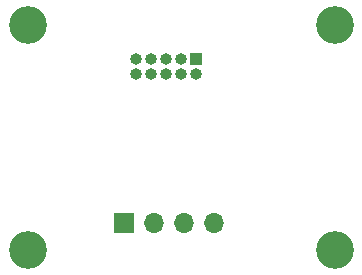
<source format=gbs>
G04 #@! TF.GenerationSoftware,KiCad,Pcbnew,7.0.5-7.0.5~ubuntu22.04.1*
G04 #@! TF.CreationDate,2023-06-22T22:23:24-07:00*
G04 #@! TF.ProjectId,VL53L1x_pwm,564c3533-4c31-4785-9f70-776d2e6b6963,rev?*
G04 #@! TF.SameCoordinates,Original*
G04 #@! TF.FileFunction,Soldermask,Bot*
G04 #@! TF.FilePolarity,Negative*
%FSLAX46Y46*%
G04 Gerber Fmt 4.6, Leading zero omitted, Abs format (unit mm)*
G04 Created by KiCad (PCBNEW 7.0.5-7.0.5~ubuntu22.04.1) date 2023-06-22 22:23:24*
%MOMM*%
%LPD*%
G01*
G04 APERTURE LIST*
%ADD10R,1.700000X1.700000*%
%ADD11O,1.700000X1.700000*%
%ADD12R,1.000000X1.000000*%
%ADD13O,1.000000X1.000000*%
%ADD14C,3.200000*%
G04 APERTURE END LIST*
D10*
G04 #@! TO.C,J2*
X129200000Y-106250000D03*
D11*
X131740000Y-106250000D03*
X134280000Y-106250000D03*
X136820000Y-106250000D03*
G04 #@! TD*
D12*
G04 #@! TO.C,J1*
X135300000Y-92375000D03*
D13*
X135300000Y-93645000D03*
X134030000Y-92375000D03*
X134030000Y-93645000D03*
X132760000Y-92375000D03*
X132760000Y-93645000D03*
X131490000Y-92375000D03*
X131490000Y-93645000D03*
X130220000Y-92375000D03*
X130220000Y-93645000D03*
G04 #@! TD*
D14*
G04 #@! TO.C,REF\u002A\u002A*
X121000000Y-108500000D03*
G04 #@! TD*
G04 #@! TO.C,REF\u002A\u002A*
X121000000Y-89500000D03*
G04 #@! TD*
G04 #@! TO.C,REF\u002A\u002A*
X147000000Y-108500000D03*
G04 #@! TD*
G04 #@! TO.C,REF\u002A\u002A*
X147000000Y-89500000D03*
G04 #@! TD*
M02*

</source>
